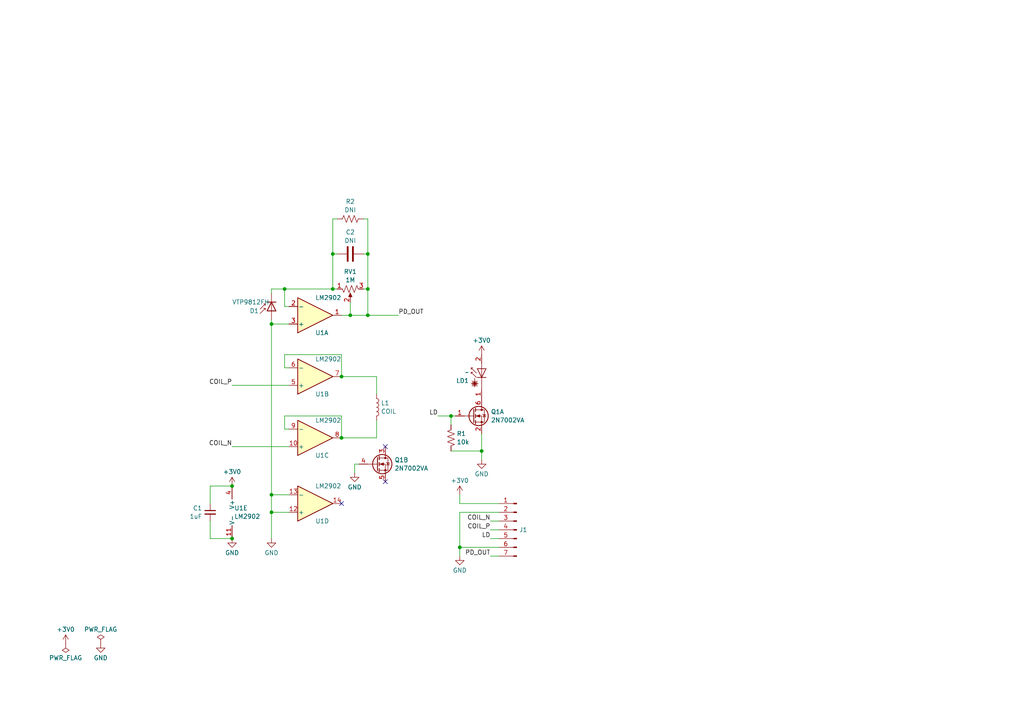
<source format=kicad_sch>
(kicad_sch (version 20230121) (generator eeschema)
  (paper "A4")
  (lib_symbols
    (symbol "Amplifier_Operational:LM2902" (pin_names (offset 0.127))
      (property "Reference" "U" (at 0 5.08 0))
      (property "Value" "LM2902" (at 0 -5.08 0))
      (symbol "LM2902_1_1"
        (polyline (pts (xy -5.08 5.08) (xy 5.08 0) (xy -5.08 -5.08) (xy -5.08 5.08)) (stroke (width 0.254)) (fill (type background)))
        (pin output line (at 7.62 0 180) (length 2.54) (name "~") (number "1"))
        (pin input line (at -7.62 -2.54 0) (length 2.54) (name "-") (number "2"))
        (pin input line (at -7.62 2.54 0) (length 2.54) (name "+") (number "3"))
      )
      (symbol "LM2902_2_1"
        (polyline (pts (xy -5.08 5.08) (xy 5.08 0) (xy -5.08 -5.08) (xy -5.08 5.08)) (stroke (width 0.254)) (fill (type background)))
        (pin input line (at -7.62 2.54 0) (length 2.54) (name "+") (number "5"))
        (pin input line (at -7.62 -2.54 0) (length 2.54) (name "-") (number "6"))
        (pin output line (at 7.62 0 180) (length 2.54) (name "~") (number "7"))
      )
      (symbol "LM2902_3_1"
        (polyline (pts (xy -5.08 5.08) (xy 5.08 0) (xy -5.08 -5.08) (xy -5.08 5.08)) (stroke (width 0.254)) (fill (type background)))
        (pin input line (at -7.62 2.54 0) (length 2.54) (name "+") (number "10"))
        (pin output line (at 7.62 0 180) (length 2.54) (name "~") (number "8"))
        (pin input line (at -7.62 -2.54 0) (length 2.54) (name "-") (number "9"))
      )
      (symbol "LM2902_4_1"
        (polyline (pts (xy -5.08 5.08) (xy 5.08 0) (xy -5.08 -5.08) (xy -5.08 5.08)) (stroke (width 0.254)) (fill (type background)))
        (pin input line (at -7.62 2.54 0) (length 2.54) (name "+") (number "12"))
        (pin input line (at -7.62 -2.54 0) (length 2.54) (name "-") (number "13"))
        (pin output line (at 7.62 0 180) (length 2.54) (name "~") (number "14"))
      )
      (symbol "LM2902_5_1"
        (pin power_in line (at -2.54 -7.62 90) (length 3.81) (name "V-") (number "11"))
        (pin power_in line (at -2.54 7.62 270) (length 3.81) (name "V+") (number "4"))
      )
    )
    (symbol "Connector:Conn_01x07_Pin" (pin_names (offset 1.016) hide)
      (property "Reference" "J" (at 0 10.16 0))
      (property "Value" "Conn_01x07_Pin" (at 0 -10.16 0))
      (symbol "Conn_01x07_Pin_1_1"
        (polyline (pts (xy 1.27 -7.62) (xy 0.8636 -7.62)) (stroke (width 0.1524)))
        (polyline (pts (xy 1.27 -5.08) (xy 0.8636 -5.08)) (stroke (width 0.1524)))
        (polyline (pts (xy 1.27 -2.54) (xy 0.8636 -2.54)) (stroke (width 0.1524)))
        (polyline (pts (xy 1.27 0) (xy 0.8636 0)) (stroke (width 0.1524)))
        (polyline (pts (xy 1.27 2.54) (xy 0.8636 2.54)) (stroke (width 0.1524)))
        (polyline (pts (xy 1.27 5.08) (xy 0.8636 5.08)) (stroke (width 0.1524)))
        (polyline (pts (xy 1.27 7.62) (xy 0.8636 7.62)) (stroke (width 0.1524)))
        (rectangle (start 0.8636 -7.493) (end 0 -7.747) (stroke (width 0.1524)) (fill (type outline)))
        (rectangle (start 0.8636 -4.953) (end 0 -5.207) (stroke (width 0.1524)) (fill (type outline)))
        (rectangle (start 0.8636 -2.413) (end 0 -2.667) (stroke (width 0.1524)) (fill (type outline)))
        (rectangle (start 0.8636 0.127) (end 0 -0.127) (stroke (width 0.1524)) (fill (type outline)))
        (rectangle (start 0.8636 2.667) (end 0 2.413) (stroke (width 0.1524)) (fill (type outline)))
        (rectangle (start 0.8636 5.207) (end 0 4.953) (stroke (width 0.1524)) (fill (type outline)))
        (rectangle (start 0.8636 7.747) (end 0 7.493) (stroke (width 0.1524)) (fill (type outline)))
        (pin passive line (at 5.08 7.62 180) (length 3.81) (name "Pin_1") (number "1"))
        (pin passive line (at 5.08 5.08 180) (length 3.81) (name "Pin_2") (number "2"))
        (pin passive line (at 5.08 2.54 180) (length 3.81) (name "Pin_3") (number "3"))
        (pin passive line (at 5.08 0 180) (length 3.81) (name "Pin_4") (number "4"))
        (pin passive line (at 5.08 -2.54 180) (length 3.81) (name "Pin_5") (number "5"))
        (pin passive line (at 5.08 -5.08 180) (length 3.81) (name "Pin_6") (number "6"))
        (pin passive line (at 5.08 -7.62 180) (length 3.81) (name "Pin_7") (number "7"))
      )
    )
    (symbol "Device:C" (pin_numbers hide) (pin_names (offset 0.254))
      (property "Reference" "C" (at 0.635 2.54 0))
      (property "Value" "C" (at 0.635 -2.54 0))
      (symbol "C_0_1"
        (polyline (pts (xy -2.032 -0.762) (xy 2.032 -0.762)) (stroke (width 0.508)))
        (polyline (pts (xy -2.032 0.762) (xy 2.032 0.762)) (stroke (width 0.508)))
      )
      (symbol "C_1_1"
        (pin passive line (at 0 3.81 270) (length 2.794) (name "~") (number "1"))
        (pin passive line (at 0 -3.81 90) (length 2.794) (name "~") (number "2"))
      )
    )
    (symbol "Device:C_Small" (pin_numbers hide) (pin_names (offset 0.254) hide)
      (property "Reference" "C" (at 0.254 1.778 0))
      (property "Value" "C_Small" (at 0.254 -2.032 0))
      (symbol "C_Small_0_1"
        (polyline (pts (xy -1.524 -0.508) (xy 1.524 -0.508)) (stroke (width 0.3302)))
        (polyline (pts (xy -1.524 0.508) (xy 1.524 0.508)) (stroke (width 0.3048)))
      )
      (symbol "C_Small_1_1"
        (pin passive line (at 0 2.54 270) (length 2.032) (name "~") (number "1"))
        (pin passive line (at 0 -2.54 90) (length 2.032) (name "~") (number "2"))
      )
    )
    (symbol "Device:D_Laser_1C2A" (pin_names (offset 1.016) hide)
      (property "Reference" "LD" (at -1.27 4.445 0))
      (property "Value" "D_Laser_1C2A" (at -1.27 -2.54 0))
      (symbol "D_Laser_1C2A_0_1"
        (polyline (pts (xy -4.064 1.27) (xy -2.54 2.794)))
        (polyline (pts (xy -4.064 1.778) (xy -2.54 2.286)))
        (polyline (pts (xy -4.064 2.286) (xy -2.54 1.778)))
        (polyline (pts (xy -4.064 2.794) (xy -2.54 1.27)))
        (polyline (pts (xy -3.556 2.794) (xy -3.048 1.27)))
        (polyline (pts (xy -3.302 2.032) (xy -3.302 1.016)))
        (polyline (pts (xy -3.302 2.032) (xy -3.302 3.048)))
        (polyline (pts (xy -3.048 2.794) (xy -3.556 1.27)))
        (polyline (pts (xy -1.778 2.032) (xy -4.318 2.032)))
        (polyline (pts (xy -1.524 1.27) (xy -1.524 -1.27)) (stroke (width 0.2032)))
        (polyline (pts (xy 1.27 3.048) (xy 0.762 3.048)))
        (polyline (pts (xy 2.54 0) (xy -5.08 0)))
        (polyline (pts (xy -0.254 1.524) (xy 1.27 3.048) (xy 1.27 2.54)))
        (polyline (pts (xy 1.016 1.27) (xy 1.016 -1.27) (xy -1.524 0) (xy 1.016 1.27)) (stroke (width 0.2032)))
        (polyline (pts (xy -1.524 1.524) (xy 0 3.048) (xy 0 2.54) (xy 0 3.048) (xy -0.508 3.048)))
      )
      (symbol "D_Laser_1C2A_1_1"
        (pin passive line (at -7.62 0 0) (length 2.54) (name "K") (number "1"))
        (pin passive line (at 5.08 0 180) (length 2.54) (name "A") (number "2"))
      )
    )
    (symbol "Device:D_Photo" (pin_numbers hide) (pin_names hide)
      (property "Reference" "D" (at 0.508 1.778 0))
      (property "Value" "D_Photo" (at -1.016 -2.794 0))
      (symbol "D_Photo_0_1"
        (polyline (pts (xy -2.54 1.27) (xy -2.54 -1.27)) (stroke (width 0.254)))
        (polyline (pts (xy -2.032 1.778) (xy -1.524 1.778)))
        (polyline (pts (xy 0 0) (xy -2.54 0)))
        (polyline (pts (xy -0.508 3.302) (xy -2.032 1.778) (xy -2.032 2.286)))
        (polyline (pts (xy 0 -1.27) (xy 0 1.27) (xy -2.54 0) (xy 0 -1.27)) (stroke (width 0.254)))
        (polyline (pts (xy 0.762 3.302) (xy -0.762 1.778) (xy -0.762 2.286) (xy -0.762 1.778) (xy -0.254 1.778)))
      )
      (symbol "D_Photo_1_1"
        (pin passive line (at -5.08 0 0) (length 2.54) (name "K") (number "1"))
        (pin passive line (at 2.54 0 180) (length 2.54) (name "A") (number "2"))
      )
    )
    (symbol "Device:L" (pin_numbers hide) (pin_names (offset 1.016) hide)
      (property "Reference" "L" (at -1.27 0 90))
      (property "Value" "L" (at 1.905 0 90))
      (symbol "L_0_1"
        (arc (start 0 -2.54) (mid 0.6323 -1.905) (end 0 -1.27))
        (arc (start 0 -1.27) (mid 0.6323 -0.635) (end 0 0))
        (arc (start 0 0) (mid 0.6323 0.635) (end 0 1.27))
        (arc (start 0 1.27) (mid 0.6323 1.905) (end 0 2.54))
      )
      (symbol "L_1_1"
        (pin passive line (at 0 3.81 270) (length 1.27) (name "1") (number "1"))
        (pin passive line (at 0 -3.81 90) (length 1.27) (name "2") (number "2"))
      )
    )
    (symbol "Device:Q_Dual_NMOS_G1S2G2D2S1D1" (pin_names (offset 0) hide)
      (property "Reference" "Q1" (at 5.207 1.2121 0))
      (property "Value" "Q_Dual_NMOS_G1S2G2D2S1D1" (at 5.207 -1.2121 0))
      (symbol "Q_Dual_NMOS_G1S2G2D2S1D1_0_1"
        (polyline (pts (xy 0.254 0) (xy -2.54 0)))
        (polyline (pts (xy 0.254 1.905) (xy 0.254 -1.905)) (stroke (width 0.254)))
        (polyline (pts (xy 0.762 -1.27) (xy 0.762 -2.286)) (stroke (width 0.254)))
        (polyline (pts (xy 0.762 0.508) (xy 0.762 -0.508)) (stroke (width 0.254)))
        (polyline (pts (xy 0.762 2.286) (xy 0.762 1.27)) (stroke (width 0.254)))
        (polyline (pts (xy 2.54 2.54) (xy 2.54 1.778)))
        (polyline (pts (xy 2.54 -2.54) (xy 2.54 0) (xy 0.762 0)))
        (polyline (pts (xy 0.762 -1.778) (xy 3.302 -1.778) (xy 3.302 1.778) (xy 0.762 1.778)))
        (polyline (pts (xy 1.016 0) (xy 2.032 0.381) (xy 2.032 -0.381) (xy 1.016 0)) (fill (type outline)))
        (polyline (pts (xy 2.794 0.508) (xy 2.921 0.381) (xy 3.683 0.381) (xy 3.81 0.254)))
        (polyline (pts (xy 3.302 0.381) (xy 2.921 -0.254) (xy 3.683 -0.254) (xy 3.302 0.381)))
        (circle (center 1.651 0) (radius 2.794) (stroke (width 0.254)))
        (circle (center 2.54 -1.778) (radius 0.254) (fill (type outline)))
        (circle (center 2.54 1.778) (radius 0.254) (fill (type outline)))
      )
      (symbol "Q_Dual_NMOS_G1S2G2D2S1D1_1_1"
        (pin input line (at -5.08 0 0) (length 2.54) (name "G") (number "1"))
        (pin passive line (at 2.54 -5.08 90) (length 2.54) (name "S") (number "2"))
        (pin passive line (at 2.54 5.08 270) (length 2.54) (name "D") (number "6"))
      )
      (symbol "Q_Dual_NMOS_G1S2G2D2S1D1_2_1"
        (pin passive line (at 2.54 5.08 270) (length 2.54) (name "D") (number "3"))
        (pin input line (at -5.08 0 0) (length 2.54) (name "G") (number "4"))
        (pin passive line (at 2.54 -5.08 90) (length 2.54) (name "S") (number "5"))
      )
    )
    (symbol "Device:R_Potentiometer_US" (pin_names (offset 1.016) hide)
      (property "Reference" "RV" (at -4.445 0 90))
      (property "Value" "R_Potentiometer_US" (at -2.54 0 90))
      (symbol "R_Potentiometer_US_0_1"
        (polyline (pts (xy 0 -2.286) (xy 0 -2.54)))
        (polyline (pts (xy 0 2.54) (xy 0 2.286)))
        (polyline (pts (xy 2.54 0) (xy 1.524 0)))
        (polyline (pts (xy 1.143 0) (xy 2.286 0.508) (xy 2.286 -0.508) (xy 1.143 0)) (fill (type outline)))
        (polyline (pts (xy 0 -0.762) (xy 1.016 -1.143) (xy 0 -1.524) (xy -1.016 -1.905) (xy 0 -2.286)))
        (polyline (pts (xy 0 0.762) (xy 1.016 0.381) (xy 0 0) (xy -1.016 -0.381) (xy 0 -0.762)))
        (polyline (pts (xy 0 2.286) (xy 1.016 1.905) (xy 0 1.524) (xy -1.016 1.143) (xy 0 0.762)))
      )
      (symbol "R_Potentiometer_US_1_1"
        (pin passive line (at 0 3.81 270) (length 1.27) (name "1") (number "1"))
        (pin passive line (at 3.81 0 180) (length 1.27) (name "2") (number "2"))
        (pin passive line (at 0 -3.81 90) (length 1.27) (name "3") (number "3"))
      )
    )
    (symbol "Device:R_US" (pin_numbers hide) (pin_names (offset 0))
      (property "Reference" "R" (at 2.54 0 90))
      (property "Value" "R_US" (at -2.54 0 90))
      (symbol "R_US_0_1"
        (polyline (pts (xy 0 -2.286) (xy 0 -2.54)))
        (polyline (pts (xy 0 2.286) (xy 0 2.54)))
        (polyline (pts (xy 0 -0.762) (xy 1.016 -1.143) (xy 0 -1.524) (xy -1.016 -1.905) (xy 0 -2.286)))
        (polyline (pts (xy 0 0.762) (xy 1.016 0.381) (xy 0 0) (xy -1.016 -0.381) (xy 0 -0.762)))
        (polyline (pts (xy 0 2.286) (xy 1.016 1.905) (xy 0 1.524) (xy -1.016 1.143) (xy 0 0.762)))
      )
      (symbol "R_US_1_1"
        (pin passive line (at 0 3.81 270) (length 1.27) (name "~") (number "1"))
        (pin passive line (at 0 -3.81 90) (length 1.27) (name "~") (number "2"))
      )
    )
    (symbol "Q_Dual_NMOS_G1S2G2D2S1D1_1" (pin_names (offset 0) hide)
      (property "Reference" "Q1" (at 5.207 1.2121 0))
      (property "Value" "Q_Dual_NMOS_G1S2G2D2S1D1" (at 5.207 -1.2121 0))
      (symbol "Q_Dual_NMOS_G1S2G2D2S1D1_1_0_1"
        (polyline (pts (xy 0.254 0) (xy -2.54 0)))
        (polyline (pts (xy 0.254 1.905) (xy 0.254 -1.905)) (stroke (width 0.254)))
        (polyline (pts (xy 0.762 -1.27) (xy 0.762 -2.286)) (stroke (width 0.254)))
        (polyline (pts (xy 0.762 0.508) (xy 0.762 -0.508)) (stroke (width 0.254)))
        (polyline (pts (xy 0.762 2.286) (xy 0.762 1.27)) (stroke (width 0.254)))
        (polyline (pts (xy 2.54 2.54) (xy 2.54 1.778)))
        (polyline (pts (xy 2.54 -2.54) (xy 2.54 0) (xy 0.762 0)))
        (polyline (pts (xy 0.762 -1.778) (xy 3.302 -1.778) (xy 3.302 1.778) (xy 0.762 1.778)))
        (polyline (pts (xy 1.016 0) (xy 2.032 0.381) (xy 2.032 -0.381) (xy 1.016 0)) (fill (type outline)))
        (polyline (pts (xy 2.794 0.508) (xy 2.921 0.381) (xy 3.683 0.381) (xy 3.81 0.254)))
        (polyline (pts (xy 3.302 0.381) (xy 2.921 -0.254) (xy 3.683 -0.254) (xy 3.302 0.381)))
        (circle (center 1.651 0) (radius 2.794) (stroke (width 0.254)))
        (circle (center 2.54 -1.778) (radius 0.254) (fill (type outline)))
        (circle (center 2.54 1.778) (radius 0.254) (fill (type outline)))
      )
      (symbol "Q_Dual_NMOS_G1S2G2D2S1D1_1_1_1"
        (pin input line (at -5.08 0 0) (length 2.54) (name "G") (number "1"))
        (pin passive line (at 2.54 -5.08 90) (length 2.54) (name "S") (number "2"))
        (pin passive line (at 2.54 5.08 270) (length 2.54) (name "D") (number "6"))
      )
      (symbol "Q_Dual_NMOS_G1S2G2D2S1D1_1_2_1"
        (pin passive line (at 2.54 5.08 270) (length 2.54) (name "D") (number "3"))
        (pin input line (at -5.08 0 0) (length 2.54) (name "G") (number "4"))
        (pin passive line (at 2.54 -5.08 90) (length 2.54) (name "S") (number "5"))
      )
    )
    (symbol "power:+3V0" (power) (pin_names (offset 0))
      (property "Value" "+3V0" (at 0 3.556 0))
      (symbol "+3V0_0_1"
        (polyline (pts (xy -0.762 1.27) (xy 0 2.54)))
        (polyline (pts (xy 0 0) (xy 0 2.54)))
        (polyline (pts (xy 0 2.54) (xy 0.762 1.27)))
      )
      (symbol "+3V0_1_1"
        (pin power_in line (at 0 0 90) (length 0) hide (name "+3V0") (number "1"))
      )
    )
    (symbol "power:GND" (power) (pin_names (offset 0))
      (property "Value" "GND" (at 0 -3.81 0))
      (symbol "GND_0_1"
        (polyline (pts (xy 0 0) (xy 0 -1.27) (xy 1.27 -1.27) (xy 0 -2.54) (xy -1.27 -1.27) (xy 0 -1.27)))
      )
      (symbol "GND_1_1"
        (pin power_in line (at 0 0 270) (length 0) hide (name "GND") (number "1"))
      )
    )
    (symbol "power:PWR_FLAG" (power) (pin_numbers hide) (pin_names (offset 0) hide)
      (property "Value" "PWR_FLAG" (at 0 3.81 0))
      (symbol "PWR_FLAG_0_0"
        (pin power_out line (at 0 0 90) (length 0) (name "pwr") (number "1"))
      )
      (symbol "PWR_FLAG_0_1"
        (polyline (pts (xy 0 0) (xy 0 1.27) (xy -1.016 1.905) (xy 0 2.54) (xy 1.016 1.905) (xy 0 1.27)))
      )
    )
  )
  (junction (at 67.31 156.21))
  (junction (at 133.35 158.75))
  (junction (at 82.55 83.82))
  (junction (at 139.7 130.81))
  (junction (at 99.06 109.22))
  (junction (at 67.31 140.97))
  (junction (at 78.74 93.98))
  (junction (at 106.68 91.44))
  (junction (at 96.52 83.82))
  (junction (at 78.74 143.51))
  (junction (at 78.74 148.59))
  (junction (at 96.52 73.66))
  (junction (at 130.81 120.65))
  (junction (at 106.68 73.66))
  (junction (at 106.68 83.82))
  (junction (at 101.6 91.44))
  (junction (at 99.06 127))
  (no_connect (at 111.76 129.54))
  (no_connect (at 111.76 139.7))
  (no_connect (at 99.06 146.05))
  (wire (pts (xy 82.55 120.65) (xy 82.55 124.46)))
  (wire (pts (xy 133.35 158.75) (xy 144.78 158.75)))
  (wire (pts (xy 106.68 63.5) (xy 106.68 73.66)))
  (wire (pts (xy 97.79 73.66) (xy 96.52 73.66)))
  (wire (pts (xy 102.87 134.62) (xy 104.14 134.62)))
  (wire (pts (xy 139.7 133.35) (xy 139.7 130.81)))
  (wire (pts (xy 78.74 148.59) (xy 78.74 156.21)))
  (wire (pts (xy 109.22 109.22) (xy 109.22 114.3)))
  (wire (pts (xy 99.06 102.87) (xy 82.55 102.87)))
  (wire (pts (xy 99.06 120.65) (xy 82.55 120.65)))
  (wire (pts (xy 78.74 83.82) (xy 78.74 85.09)))
  (wire (pts (xy 67.31 156.21) (xy 60.96 156.21)))
  (wire (pts (xy 60.96 140.97) (xy 67.31 140.97)))
  (wire (pts (xy 78.74 143.51) (xy 83.82 143.51)))
  (wire (pts (xy 60.96 146.05) (xy 60.96 140.97)))
  (wire (pts (xy 105.41 63.5) (xy 106.68 63.5)))
  (wire (pts (xy 96.52 73.66) (xy 96.52 83.82)))
  (wire (pts (xy 102.87 137.16) (xy 102.87 134.62)))
  (wire (pts (xy 127 120.65) (xy 130.81 120.65)))
  (wire (pts (xy 67.31 129.54) (xy 83.82 129.54)))
  (wire (pts (xy 130.81 120.65) (xy 130.81 123.19)))
  (wire (pts (xy 99.06 109.22) (xy 99.06 102.87)))
  (wire (pts (xy 78.74 143.51) (xy 78.74 148.59)))
  (wire (pts (xy 99.06 127) (xy 109.22 127)))
  (wire (pts (xy 96.52 83.82) (xy 82.55 83.82)))
  (wire (pts (xy 130.81 130.81) (xy 139.7 130.81)))
  (wire (pts (xy 82.55 83.82) (xy 82.55 88.9)))
  (wire (pts (xy 60.96 156.21) (xy 60.96 151.13)))
  (wire (pts (xy 83.82 111.76) (xy 67.31 111.76)))
  (wire (pts (xy 101.6 87.63) (xy 101.6 91.44)))
  (wire (pts (xy 78.74 93.98) (xy 78.74 143.51)))
  (wire (pts (xy 82.55 124.46) (xy 83.82 124.46)))
  (wire (pts (xy 106.68 73.66) (xy 105.41 73.66)))
  (wire (pts (xy 106.68 91.44) (xy 106.68 83.82)))
  (wire (pts (xy 99.06 109.22) (xy 109.22 109.22)))
  (wire (pts (xy 142.24 161.29) (xy 144.78 161.29)))
  (wire (pts (xy 109.22 127) (xy 109.22 121.92)))
  (wire (pts (xy 106.68 91.44) (xy 115.57 91.44)))
  (wire (pts (xy 106.68 83.82) (xy 105.41 83.82)))
  (wire (pts (xy 130.81 120.65) (xy 132.08 120.65)))
  (wire (pts (xy 83.82 93.98) (xy 78.74 93.98)))
  (wire (pts (xy 133.35 158.75) (xy 133.35 161.29)))
  (wire (pts (xy 97.79 83.82) (xy 96.52 83.82)))
  (wire (pts (xy 82.55 106.68) (xy 83.82 106.68)))
  (wire (pts (xy 78.74 83.82) (xy 82.55 83.82)))
  (wire (pts (xy 133.35 148.59) (xy 133.35 158.75)))
  (wire (pts (xy 78.74 92.71) (xy 78.74 93.98)))
  (wire (pts (xy 82.55 88.9) (xy 83.82 88.9)))
  (wire (pts (xy 142.24 153.67) (xy 144.78 153.67)))
  (wire (pts (xy 82.55 102.87) (xy 82.55 106.68)))
  (wire (pts (xy 99.06 120.65) (xy 99.06 127)))
  (wire (pts (xy 96.52 63.5) (xy 97.79 63.5)))
  (wire (pts (xy 78.74 148.59) (xy 83.82 148.59)))
  (wire (pts (xy 142.24 151.13) (xy 144.78 151.13)))
  (wire (pts (xy 133.35 143.51) (xy 133.35 146.05)))
  (wire (pts (xy 133.35 146.05) (xy 144.78 146.05)))
  (wire (pts (xy 99.06 91.44) (xy 101.6 91.44)))
  (wire (pts (xy 96.52 73.66) (xy 96.52 63.5)))
  (wire (pts (xy 142.24 156.21) (xy 144.78 156.21)))
  (wire (pts (xy 139.7 130.81) (xy 139.7 125.73)))
  (wire (pts (xy 144.78 148.59) (xy 133.35 148.59)))
  (wire (pts (xy 106.68 83.82) (xy 106.68 73.66)))
  (wire (pts (xy 101.6 91.44) (xy 106.68 91.44)))
  (label "COIL_P" (at 67.31 111.76 180))
  (label "COIL_N" (at 67.31 129.54 180))
  (label "LD" (at 142.24 156.21 180))
  (label "COIL_N" (at 142.24 151.13 180))
  (label "COIL_P" (at 142.24 153.67 180))
  (label "PD_OUT" (at 142.24 161.29 180))
  (label "LD" (at 127 120.65 180))
  (label "PD_OUT" (at 115.57 91.44 0))
  (symbol (lib_id "power:GND") (at 78.74 156.21 0) (unit 1)
    (property "Reference" "#PWR05" (effects hide))
    (property "Value" "GND" (at 78.74 160.3431 0))
  )
  (symbol (lib_id "Device:R_US") (at 101.6 63.5 90) (unit 1)
    (property "Reference" "R2" (at 101.6 58.4667 90))
    (property "Value" "DNI" (at 101.6 60.8909 90))
    (property "Footprint" "Resistor_SMD:R_0603_1608Metric_Pad0.98x0.95mm_HandSolder" (effects hide))
  )
  (symbol (lib_id "power:GND") (at 102.87 137.16 0) (unit 1)
    (property "Reference" "#PWR06" (effects hide))
    (property "Value" "GND" (at 102.87 141.2931 0))
  )
  (symbol (lib_id "power:GND") (at 29.21 186.69 0) (unit 1)
    (property "Reference" "#PWR02" (effects hide))
    (property "Value" "GND" (at 29.21 190.8231 0))
  )
  (symbol (lib_id "Amplifier_Operational:LM2902") (at 91.44 127 0) (mirror x) (unit 3)
    (property "Reference" "U1" (at 91.44 132.08 0) (effects (justify left)))
    (property "Value" "LM2902" (at 91.44 121.92 0) (effects (justify left)))
    (property "Footprint" "LaserScanner:SOIC127P600X175-14N" (effects hide))
    (property "Datasheet" "http://www.ti.com/lit/ds/symlink/lm2902-n.pdf" (effects hide))
  )
  (symbol (lib_id "power:PWR_FLAG") (at 19.05 186.69 0) (mirror x) (unit 1)
    (property "Reference" "#FLG01" (effects hide))
    (property "Value" "PWR_FLAG" (at 19.05 190.8231 0))
  )
  (symbol (lib_id "Device:L") (at 109.22 118.11 0) (unit 1)
    (property "Reference" "L1" (at 110.4872 116.8979 0) (effects (justify left)))
    (property "Value" "COIL" (at 110.4872 119.3221 0) (effects (justify left)))
    (property "Footprint" "Connector_PinHeader_2.54mm:PinHeader_1x02_P2.54mm_Vertical" (effects hide))
  )
  (symbol (lib_id "Amplifier_Operational:LM2902") (at 91.44 146.05 0) (mirror x) (unit 4)
    (property "Reference" "U1" (at 91.44 151.13 0) (effects (justify left)))
    (property "Value" "LM2902" (at 91.44 140.97 0) (effects (justify left)))
    (property "Footprint" "LaserScanner:SOIC127P600X175-14N" (effects hide))
    (property "Datasheet" "http://www.ti.com/lit/ds/symlink/lm2902-n.pdf" (effects hide))
  )
  (symbol (lib_id "power:+3V0") (at 67.31 140.97 0) (unit 1)
    (property "Reference" "#PWR03" (effects hide))
    (property "Value" "+3V0" (at 67.31 136.8369 0))
  )
  (symbol (lib_id "Device:R_US") (at 130.81 127 0) (mirror y) (unit 1)
    (property "Reference" "R1" (at 132.461 125.7879 0) (effects (justify right)))
    (property "Value" "10k" (at 132.461 128.2121 0) (effects (justify right)))
    (property "Footprint" "Resistor_SMD:R_0603_1608Metric_Pad0.98x0.95mm_HandSolder" (effects hide))
  )
  (symbol (lib_id "Connector:Conn_01x07_Pin") (at 149.86 153.67 0) (mirror y) (unit 1)
    (property "Reference" "J1" (at 150.5712 153.67 0) (effects (justify right)))
    (property "Value" "Conn_01x06_Pin" (effects hide))
    (property "Footprint" "Connector_PinHeader_2.54mm:PinHeader_1x07_P2.54mm_Horizontal" (effects hide))
  )
  (symbol (lib_id "Amplifier_Operational:LM2902") (at 91.44 109.22 0) (mirror x) (unit 2)
    (property "Reference" "U1" (at 91.44 114.3 0) (effects (justify left)))
    (property "Value" "LM2902" (at 91.44 104.14 0) (effects (justify left)))
    (property "Footprint" "LaserScanner:SOIC127P600X175-14N" (effects hide))
    (property "Datasheet" "http://www.ti.com/lit/ds/symlink/lm2902-n.pdf" (effects hide))
  )
  (symbol (lib_id "power:+3V0") (at 133.35 143.51 0) (unit 1)
    (property "Reference" "#PWR07" (effects hide))
    (property "Value" "+3V0" (at 133.35 139.3769 0))
  )
  (symbol (lib_id "power:PWR_FLAG") (at 29.21 186.69 0) (unit 1)
    (property "Reference" "#FLG02" (effects hide))
    (property "Value" "PWR_FLAG" (at 29.21 182.5569 0))
  )
  (symbol (lib_id "Device:R_Potentiometer_US") (at 101.6 83.82 90) (mirror x) (unit 1)
    (property "Reference" "RV1" (at 101.6 78.7867 90))
    (property "Value" "1M" (at 101.6 81.2109 90))
    (property "Footprint" "Potentiometer_THT:Potentiometer_Bourns_3296W_Vertical" (effects hide))
  )
  (symbol (lib_id "Device:Q_Dual_NMOS_G1S2G2D2S1D1") (at 137.16 120.65 0) (unit 1)
    (property "Reference" "Q1" (at 142.367 119.4379 0) (effects (justify left)))
    (property "Value" "2N7002VA" (at 142.367 121.8621 0) (effects (justify left)))
    (property "Footprint" "Package_TO_SOT_SMD:SOT-23-6_Handsoldering" (effects hide))
  )
  (symbol (lib_id "Device:D_Laser_1C2A") (at 139.7 107.95 90) (unit 1)
    (property "Reference" "LD1" (at 136.017 110.4321 90) (effects (justify left)))
    (property "Value" "~" (at 136.017 108.0079 90) (effects (justify left)))
    (property "Footprint" "Connector_PinHeader_2.54mm:PinHeader_1x02_P2.54mm_Vertical" (effects hide))
    (property "Datasheet" "https://mm.digikey.com/Volume0/opasdata/d220001/medias/docus/2212/VTP9812FH.pdf" (effects hide))
  )
  (symbol (lib_id "Amplifier_Operational:LM2902") (at 91.44 91.44 0) (mirror x) (unit 1)
    (property "Reference" "U1" (at 91.44 96.52 0) (effects (justify left)))
    (property "Value" "LM2902" (at 91.44 86.36 0) (effects (justify left)))
    (property "Footprint" "LaserScanner:SOIC127P600X175-14N" (effects hide))
    (property "Datasheet" "http://www.ti.com/lit/ds/symlink/lm2902-n.pdf" (effects hide))
  )
  (symbol (lib_id "Amplifier_Operational:LM2902") (at 69.85 148.59 0) (unit 5)
    (property "Reference" "U1" (at 67.945 147.3779 0) (effects (justify left)))
    (property "Value" "LM2902" (at 67.945 149.8021 0) (effects (justify left)))
    (property "Footprint" "LaserScanner:SOIC127P600X175-14N" (effects hide))
    (property "Datasheet" "http://www.ti.com/lit/ds/symlink/lm2902-n.pdf" (effects hide))
  )
  (symbol (lib_id "Device:C_Small") (at 60.96 148.59 0) (unit 1)
    (property "Reference" "C1" (at 58.6359 147.3842 0) (effects (justify right)))
    (property "Value" "1uF" (at 58.6359 149.8084 0) (effects (justify right)))
    (property "Footprint" "Capacitor_SMD:C_0603_1608Metric_Pad1.08x0.95mm_HandSolder" (effects hide))
  )
  (symbol (lib_id "Device:D_Photo") (at 78.74 90.17 90) (mirror x) (unit 1)
    (property "Reference" "D1" (at 72.39 90.17 90) (effects (justify right)))
    (property "Value" "VTP9812FH" (at 67.31 87.63 90) (effects (justify right)))
    (property "Footprint" "Package_TO_SOT_THT:SOD-70_P2.54mm" (effects hide))
    (property "Datasheet" "https://mm.digikey.com/Volume0/opasdata/d220001/medias/docus/2212/VTP9812FH.pdf" (effects hide))
  )
  (symbol (lib_id "power:+3V0") (at 139.7 102.87 0) (unit 1)
    (property "Reference" "#PWR09" (effects hide))
    (property "Value" "+3V0" (at 139.7 98.7369 0))
  )
  (symbol (lib_id "Device:C") (at 101.6 73.66 90) (unit 1)
    (property "Reference" "C2" (at 101.6 67.3567 90))
    (property "Value" "DNI" (at 101.6 69.7809 90))
    (property "Footprint" "Capacitor_SMD:C_0603_1608Metric_Pad1.08x0.95mm_HandSolder" (effects hide))
  )
  (symbol (lib_id "power:+3V0") (at 19.05 186.69 0) (unit 1)
    (property "Reference" "#PWR01" (effects hide))
    (property "Value" "+3V0" (at 19.05 182.5569 0))
  )
  (symbol (lib_id "power:GND") (at 139.7 133.35 0) (unit 1)
    (property "Reference" "#PWR010" (effects hide))
    (property "Value" "GND" (at 139.7 137.4831 0))
  )
  (symbol (lib_name "Q_Dual_NMOS_G1S2G2D2S1D1_1") (lib_id "Device:Q_Dual_NMOS_G1S2G2D2S1D1") (at 109.22 134.62 0) (unit 2)
    (property "Reference" "Q1" (at 114.427 133.4079 0) (effects (justify left)))
    (property "Value" "2N7002VA" (at 114.427 135.8321 0) (effects (justify left)))
    (property "Footprint" "Package_TO_SOT_SMD:SOT-23-6_Handsoldering" (effects hide))
  )
  (symbol (lib_id "power:GND") (at 133.35 161.29 0) (unit 1)
    (property "Reference" "#PWR08" (effects hide))
    (property "Value" "GND" (at 133.35 165.4231 0))
  )
  (symbol (lib_id "power:GND") (at 67.31 156.21 0) (unit 1)
    (property "Reference" "#PWR04" (effects hide))
    (property "Value" "GND" (at 67.31 160.3431 0))
  )
)
</source>
